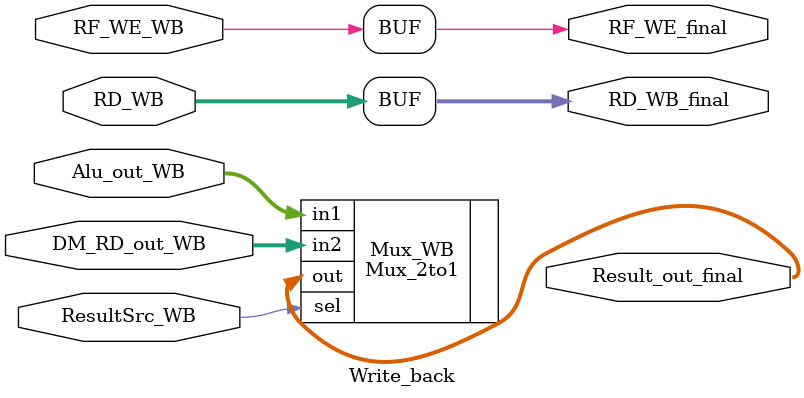
<source format=v>
`timescale 1ns / 1ps


module Write_back(Alu_out_WB, DM_RD_out_WB, RF_WE_WB, ResultSrc_WB, Result_out_final, RF_WE_final, RD_WB, RD_WB_final );

// declaration of inputs
input [31:0] Alu_out_WB, DM_RD_out_WB;
input wire ResultSrc_WB, RF_WE_WB;
input [4:0] RD_WB;

// declaration of output
output [31:0] Result_out_final;
output RF_WE_final;
output [4:0] RD_WB_final;

assign RF_WE_final = RF_WE_WB;
assign RD_WB_final = RD_WB;

// instantiation of mux
Mux_2to1 Mux_WB (.in1(Alu_out_WB), .in2(DM_RD_out_WB), .sel(ResultSrc_WB),.out(Result_out_final));



endmodule

</source>
